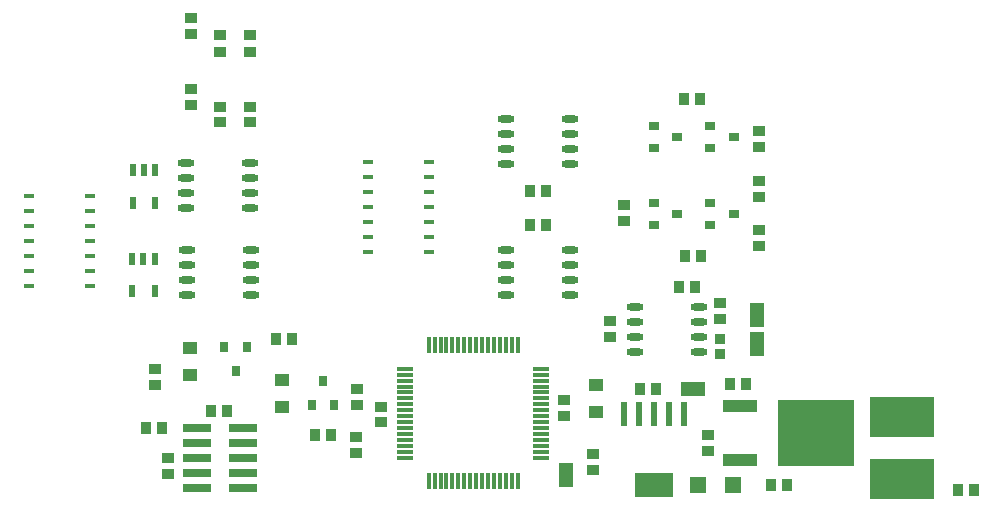
<source format=gtp>
%FSLAX23Y23*%
%MOIN*%
%SFA1B1*%

%IPPOS*%
%ADD16R,0.053150X0.057090*%
%ADD17R,0.051180X0.043310*%
%ADD18R,0.039370X0.035430*%
%ADD19R,0.037400X0.033470*%
%ADD20R,0.118110X0.039370*%
%ADD21R,0.251970X0.218500*%
%ADD22R,0.035000X0.016540*%
%ADD23O,0.057090X0.023620*%
%ADD24R,0.035430X0.039370*%
%ADD25R,0.035430X0.031500*%
%ADD26R,0.031500X0.035430*%
%ADD27R,0.094490X0.029920*%
%ADD28R,0.080710X0.045280*%
%ADD29R,0.045280X0.080710*%
%ADD30R,0.053150X0.011810*%
%ADD31R,0.011810X0.053150*%
%ADD32R,0.023620X0.082680*%
%ADD33R,0.125980X0.082680*%
%ADD34R,0.214570X0.137800*%
%ADD35R,0.023620X0.039370*%
%LNpedalbox-1*%
%LPD*%
G54D16*
X2912Y62D03*
X3028D03*
G54D17*
X2570Y397D03*
Y307D03*
X1216Y521D03*
Y431D03*
X1523Y412D03*
Y322D03*
G54D18*
X1220Y1621D03*
Y1567D03*
X1318Y1562D03*
Y1508D03*
X1417D03*
Y1562D03*
Y1272D03*
Y1325D03*
X1220Y1384D03*
Y1331D03*
X1318Y1325D03*
Y1272D03*
X3113Y912D03*
Y859D03*
Y1076D03*
Y1023D03*
X3114Y1189D03*
Y1243D03*
X2559Y168D03*
Y115D03*
X2618Y609D03*
Y556D03*
X2984Y669D03*
Y616D03*
X1145Y99D03*
Y152D03*
X1771Y170D03*
Y223D03*
X1775Y331D03*
Y384D03*
X1102Y451D03*
Y398D03*
X1854Y325D03*
Y272D03*
X2464Y346D03*
Y293D03*
X2944Y178D03*
Y231D03*
X2663Y942D03*
Y996D03*
G54D19*
X2984Y499D03*
Y550D03*
G54D20*
X3049Y328D03*
Y148D03*
G54D21*
X3303Y238D03*
G54D22*
X2015Y840D03*
Y890D03*
Y940D03*
Y990D03*
Y1040D03*
Y1090D03*
Y1140D03*
X1811Y840D03*
Y890D03*
Y940D03*
Y990D03*
Y1040D03*
Y1090D03*
Y1140D03*
X681Y1027D03*
Y977D03*
Y927D03*
Y877D03*
Y827D03*
Y777D03*
Y727D03*
X885Y1027D03*
Y977D03*
Y927D03*
Y877D03*
Y827D03*
Y777D03*
Y727D03*
G54D23*
X2485Y1133D03*
Y1183D03*
Y1233D03*
Y1283D03*
X2270Y1133D03*
Y1183D03*
Y1233D03*
Y1283D03*
X2485Y696D03*
Y746D03*
Y796D03*
Y846D03*
X2270Y696D03*
Y746D03*
Y796D03*
Y846D03*
X1203Y1137D03*
Y1087D03*
Y1037D03*
Y987D03*
X1418Y1137D03*
Y1087D03*
Y1037D03*
Y987D03*
X1207Y846D03*
Y796D03*
Y746D03*
Y696D03*
X1422Y846D03*
Y796D03*
Y746D03*
Y696D03*
X2914Y507D03*
Y557D03*
Y607D03*
Y657D03*
X2699Y507D03*
Y557D03*
Y607D03*
Y657D03*
G54D24*
X2404Y931D03*
X2351D03*
X2404Y1043D03*
X2351D03*
X2920Y826D03*
X2867D03*
X1504Y549D03*
X1558D03*
X2770Y385D03*
X2717D03*
X2900Y724D03*
X2847D03*
X3016Y401D03*
X3069D03*
X1071Y255D03*
X1125D03*
X1341Y311D03*
X1288D03*
X1634Y230D03*
X1687D03*
X3206Y62D03*
X3153D03*
X3830Y47D03*
X3777D03*
X2864Y1350D03*
X2917D03*
G54D25*
X2763Y1005D03*
Y931D03*
X2842Y968D03*
X2952Y1005D03*
Y931D03*
X3031Y968D03*
X2763Y1261D03*
Y1187D03*
X2842Y1224D03*
X2952Y1261D03*
Y1187D03*
X3031Y1224D03*
G54D26*
X1407Y523D03*
X1332D03*
X1370Y444D03*
X1661Y409D03*
X1698Y330D03*
X1624D03*
G54D27*
X1242Y253D03*
X1395D03*
X1242Y203D03*
X1395D03*
X1242Y153D03*
X1395D03*
X1242Y103D03*
X1395D03*
X1242Y53D03*
X1395D03*
G54D28*
X2893Y385D03*
G54D29*
X3106Y629D03*
Y535D03*
X2472Y98D03*
G54D30*
X2387Y155D03*
Y175D03*
Y194D03*
Y214D03*
Y234D03*
Y253D03*
Y273D03*
Y293D03*
Y312D03*
Y332D03*
Y352D03*
Y372D03*
Y391D03*
Y411D03*
Y431D03*
Y450D03*
X1935D03*
Y431D03*
Y411D03*
Y391D03*
Y372D03*
Y352D03*
Y332D03*
Y312D03*
Y293D03*
Y273D03*
Y253D03*
Y234D03*
Y214D03*
Y194D03*
Y175D03*
Y155D03*
G54D31*
X2309Y529D03*
X2289D03*
X2269D03*
X2250D03*
X2230D03*
X2210D03*
X2190D03*
X2171D03*
X2151D03*
X2131D03*
X2112D03*
X2092D03*
X2072D03*
X2053D03*
X2033D03*
X2013D03*
Y76D03*
X2033D03*
X2053D03*
X2072D03*
X2092D03*
X2112D03*
X2131D03*
X2151D03*
X2171D03*
X2190D03*
X2210D03*
X2230D03*
X2250D03*
X2269D03*
X2289D03*
X2309D03*
G54D32*
X2864Y300D03*
X2814D03*
X2764D03*
X2714D03*
X2664D03*
G54D33*
X2764Y65D03*
G54D34*
X3590Y83D03*
Y290D03*
G54D35*
X1102Y1112D03*
X1064D03*
X1027D03*
Y1003D03*
X1102D03*
X1100Y817D03*
X1062D03*
X1025D03*
Y709D03*
X1100D03*
M02*
</source>
